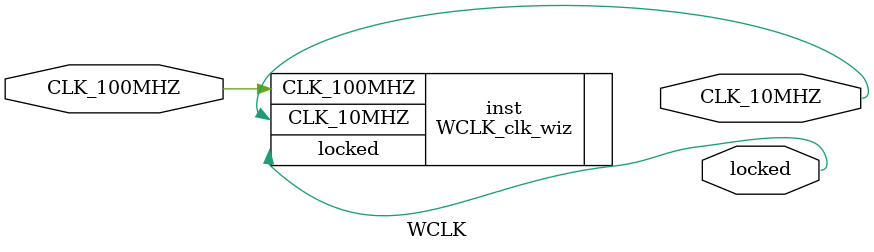
<source format=v>


`timescale 1ps/1ps

(* CORE_GENERATION_INFO = "WCLK,clk_wiz_v6_0_3_0_0,{component_name=WCLK,use_phase_alignment=true,use_min_o_jitter=false,use_max_i_jitter=false,use_dyn_phase_shift=false,use_inclk_switchover=false,use_dyn_reconfig=false,enable_axi=0,feedback_source=FDBK_AUTO,PRIMITIVE=PLL,num_out_clk=1,clkin1_period=10.000,clkin2_period=10.000,use_power_down=false,use_reset=false,use_locked=true,use_inclk_stopped=false,feedback_type=SINGLE,CLOCK_MGR_TYPE=NA,manual_override=false}" *)

module WCLK 
 (
  // Clock out ports
  output        CLK_10MHZ,
  // Status and control signals
  output        locked,
 // Clock in ports
  input         CLK_100MHZ
 );

  WCLK_clk_wiz inst
  (
  // Clock out ports  
  .CLK_10MHZ(CLK_10MHZ),
  // Status and control signals               
  .locked(locked),
 // Clock in ports
  .CLK_100MHZ(CLK_100MHZ)
  );

endmodule

</source>
